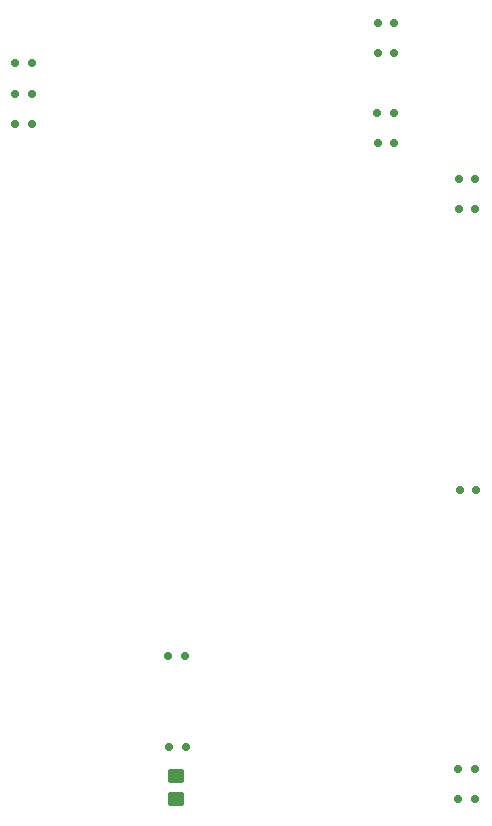
<source format=gbr>
%TF.GenerationSoftware,KiCad,Pcbnew,8.0.0*%
%TF.CreationDate,2024-10-24T21:57:35+02:00*%
%TF.ProjectId,Profiler energetyczny urz_dze_ IoT,50726f66-696c-4657-9220-656e65726765,rev?*%
%TF.SameCoordinates,Original*%
%TF.FileFunction,Paste,Bot*%
%TF.FilePolarity,Positive*%
%FSLAX46Y46*%
G04 Gerber Fmt 4.6, Leading zero omitted, Abs format (unit mm)*
G04 Created by KiCad (PCBNEW 8.0.0) date 2024-10-24 21:57:35*
%MOMM*%
%LPD*%
G01*
G04 APERTURE LIST*
G04 Aperture macros list*
%AMRoundRect*
0 Rectangle with rounded corners*
0 $1 Rounding radius*
0 $2 $3 $4 $5 $6 $7 $8 $9 X,Y pos of 4 corners*
0 Add a 4 corners polygon primitive as box body*
4,1,4,$2,$3,$4,$5,$6,$7,$8,$9,$2,$3,0*
0 Add four circle primitives for the rounded corners*
1,1,$1+$1,$2,$3*
1,1,$1+$1,$4,$5*
1,1,$1+$1,$6,$7*
1,1,$1+$1,$8,$9*
0 Add four rect primitives between the rounded corners*
20,1,$1+$1,$2,$3,$4,$5,0*
20,1,$1+$1,$4,$5,$6,$7,0*
20,1,$1+$1,$6,$7,$8,$9,0*
20,1,$1+$1,$8,$9,$2,$3,0*%
G04 Aperture macros list end*
%ADD10RoundRect,0.150000X-0.150000X-0.200000X0.150000X-0.200000X0.150000X0.200000X-0.150000X0.200000X0*%
%ADD11RoundRect,0.150000X0.150000X0.200000X-0.150000X0.200000X-0.150000X-0.200000X0.150000X-0.200000X0*%
%ADD12RoundRect,0.250000X0.450000X-0.350000X0.450000X0.350000X-0.450000X0.350000X-0.450000X-0.350000X0*%
G04 APERTURE END LIST*
D10*
%TO.C,D16*%
X133100000Y-76050000D03*
X131700000Y-76050000D03*
%TD*%
D11*
%TO.C,D12*%
X138500000Y-136700000D03*
X139900000Y-136700000D03*
%TD*%
D10*
%TO.C,D21*%
X102400000Y-76950000D03*
X101000000Y-76950000D03*
%TD*%
D11*
%TO.C,D22*%
X138545000Y-86700000D03*
X139945000Y-86700000D03*
%TD*%
%TO.C,D11*%
X138495000Y-139250000D03*
X139895000Y-139250000D03*
%TD*%
D10*
%TO.C,D15*%
X133100000Y-73550000D03*
X131700000Y-73550000D03*
%TD*%
%TO.C,D18*%
X133100000Y-83700000D03*
X131700000Y-83700000D03*
%TD*%
%TO.C,D14*%
X115330000Y-127100000D03*
X113930000Y-127100000D03*
%TD*%
D11*
%TO.C,D9*%
X138545000Y-89250000D03*
X139945000Y-89250000D03*
%TD*%
%TO.C,D10*%
X138650000Y-113100000D03*
X140050000Y-113100000D03*
%TD*%
D10*
%TO.C,D20*%
X102400000Y-82050000D03*
X101000000Y-82050000D03*
%TD*%
D12*
%TO.C,R11*%
X114600000Y-139250000D03*
X114600000Y-137250000D03*
%TD*%
D10*
%TO.C,D13*%
X115450000Y-134850000D03*
X114050000Y-134850000D03*
%TD*%
%TO.C,D17*%
X133050000Y-81150000D03*
X131650000Y-81150000D03*
%TD*%
%TO.C,D19*%
X102400000Y-79500000D03*
X101000000Y-79500000D03*
%TD*%
M02*

</source>
